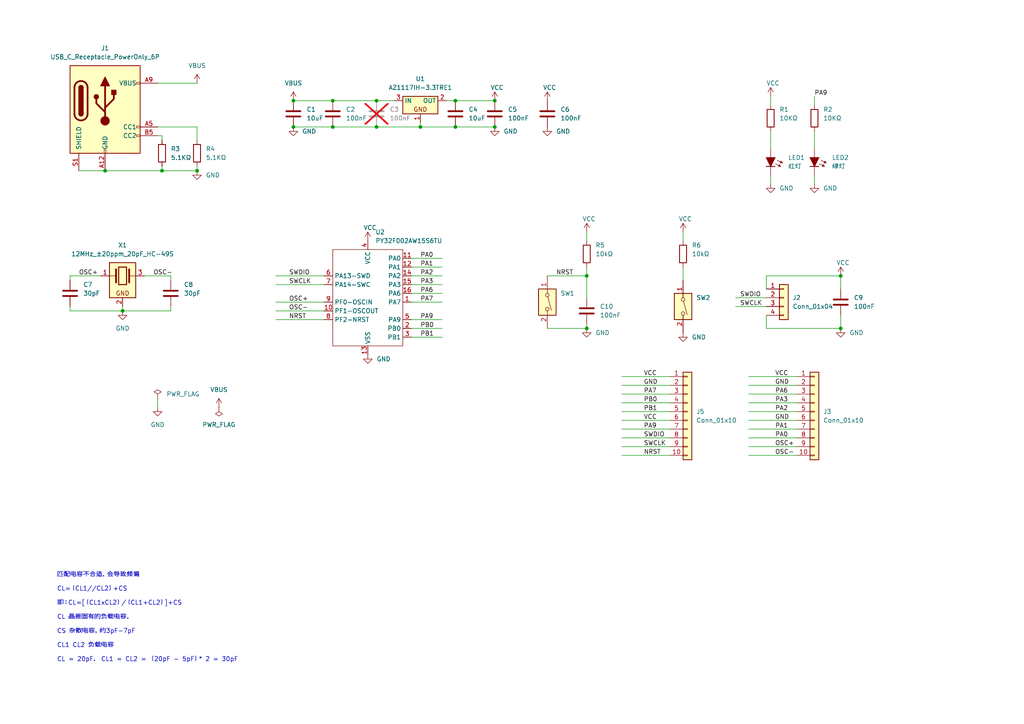
<source format=kicad_sch>
(kicad_sch (version 20231120) (generator "eeschema") (generator_version "8.0")
  (paper "A4")
  (lib_symbols
    (symbol "Connector:USB_C_Receptacle_PowerOnly_6P" (pin_names (offset 1.016))
      (property "Reference" "J" (at 0 16.51 0))
      (property "Value" "USB_C_Receptacle_PowerOnly_6P" (at 0 13.97 0))
      (symbol "USB_C_Receptacle_PowerOnly_6P_0_0"
        (rectangle (start -0.254 -12.7) (end 0.254 -11.684))
        (rectangle (start 10.16 -7.366) (end 9.144 -7.874))
        (rectangle (start 10.16 -4.826) (end 9.144 -5.334))
        (rectangle (start 10.16 7.874) (end 9.144 7.366))
      )
      (symbol "USB_C_Receptacle_PowerOnly_6P_0_1"
        (rectangle (start -10.16 12.7) (end 10.16 -12.7) (stroke (width 0.254)) (fill (type background)))
        (arc (start -8.89 -1.27) (mid -6.985 -3.1667) (end -5.08 -1.27) (stroke (width 0.508)))
        (arc (start -7.62 -1.27) (mid -6.985 -1.9023) (end -6.35 -1.27) (stroke (width 0.254)))
        (arc (start -7.62 -1.27) (mid -6.985 -1.9023) (end -6.35 -1.27) (stroke (width 0.254)) (fill (type outline)))
        (rectangle (start -7.62 -1.27) (end -6.35 6.35) (stroke (width 0.254)) (fill (type outline)))
        (arc (start -6.35 6.35) (mid -6.985 6.9823) (end -7.62 6.35) (stroke (width 0.254)))
        (arc (start -6.35 6.35) (mid -6.985 6.9823) (end -7.62 6.35) (stroke (width 0.254)) (fill (type outline)))
        (arc (start -5.08 6.35) (mid -6.985 8.2467) (end -8.89 6.35) (stroke (width 0.508)))
        (circle (center -2.54 3.683) (radius 0.635) (stroke (width 0.254)) (fill (type outline)))
        (circle (center 0 -3.302) (radius 1.27) (fill (type outline)))
        (polyline (pts (xy -8.89 -1.27) (xy -8.89 6.35)) (stroke (width 0.508)))
        (polyline (pts (xy -5.08 6.35) (xy -5.08 -1.27)) (stroke (width 0.508)))
        (polyline (pts (xy 0 -3.302) (xy 0 6.858)) (stroke (width 0.508)))
        (polyline (pts (xy 0 -0.762) (xy -2.54 1.778) (xy -2.54 3.048)) (stroke (width 0.508)))
        (polyline (pts (xy 0 0.508) (xy 2.54 3.048) (xy 2.54 4.318)) (stroke (width 0.508)))
        (polyline (pts (xy -1.27 6.858) (xy 0 9.398) (xy 1.27 6.858) (xy -1.27 6.858)) (stroke (width 0.254)) (fill (type outline)))
        (rectangle (start 1.905 4.318) (end 3.175 5.588) (stroke (width 0.254)) (fill (type outline)))
      )
      (symbol "USB_C_Receptacle_PowerOnly_6P_1_1"
        (pin passive line (at 0 -17.78 90) (length 5.08) (name "GND") (number "A12"))
        (pin bidirectional line (at 15.24 -5.08 180) (length 5.08) (name "CC1") (number "A5"))
        (pin passive line (at 15.24 7.62 180) (length 5.08) (name "VBUS") (number "A9"))
        (pin passive line (at 0 -17.78 90) (length 5.08) hide (name "GND") (number "B12"))
        (pin bidirectional line (at 15.24 -7.62 180) (length 5.08) (name "CC2") (number "B5"))
        (pin passive line (at 15.24 7.62 180) (length 5.08) hide (name "VBUS") (number "B9"))
        (pin passive line (at -7.62 -17.78 90) (length 5.08) (name "SHIELD") (number "S1"))
      )
    )
    (symbol "Connector_Generic:Conn_01x04" (pin_names (offset 1.016) hide)
      (property "Reference" "J" (at 0 5.08 0))
      (property "Value" "Conn_01x04" (at 0 -7.62 0))
      (symbol "Conn_01x04_1_1"
        (rectangle (start -1.27 -4.953) (end 0 -5.207) (stroke (width 0.1524)))
        (rectangle (start -1.27 -2.413) (end 0 -2.667) (stroke (width 0.1524)))
        (rectangle (start -1.27 0.127) (end 0 -0.127) (stroke (width 0.1524)))
        (rectangle (start -1.27 2.667) (end 0 2.413) (stroke (width 0.1524)))
        (rectangle (start -1.27 3.81) (end 1.27 -6.35) (stroke (width 0.254)) (fill (type background)))
        (pin passive line (at -5.08 2.54 0) (length 3.81) (name "Pin_1") (number "1"))
        (pin passive line (at -5.08 0 0) (length 3.81) (name "Pin_2") (number "2"))
        (pin passive line (at -5.08 -2.54 0) (length 3.81) (name "Pin_3") (number "3"))
        (pin passive line (at -5.08 -5.08 0) (length 3.81) (name "Pin_4") (number "4"))
      )
    )
    (symbol "Connector_Generic:Conn_01x10" (pin_names (offset 1.016) hide)
      (property "Reference" "J" (at 0 12.7 0))
      (property "Value" "Conn_01x10" (at 0 -15.24 0))
      (symbol "Conn_01x10_1_1"
        (rectangle (start -1.27 -12.573) (end 0 -12.827) (stroke (width 0.1524)))
        (rectangle (start -1.27 -10.033) (end 0 -10.287) (stroke (width 0.1524)))
        (rectangle (start -1.27 -7.493) (end 0 -7.747) (stroke (width 0.1524)))
        (rectangle (start -1.27 -4.953) (end 0 -5.207) (stroke (width 0.1524)))
        (rectangle (start -1.27 -2.413) (end 0 -2.667) (stroke (width 0.1524)))
        (rectangle (start -1.27 0.127) (end 0 -0.127) (stroke (width 0.1524)))
        (rectangle (start -1.27 2.667) (end 0 2.413) (stroke (width 0.1524)))
        (rectangle (start -1.27 5.207) (end 0 4.953) (stroke (width 0.1524)))
        (rectangle (start -1.27 7.747) (end 0 7.493) (stroke (width 0.1524)))
        (rectangle (start -1.27 10.287) (end 0 10.033) (stroke (width 0.1524)))
        (rectangle (start -1.27 11.43) (end 1.27 -13.97) (stroke (width 0.254)) (fill (type background)))
        (pin passive line (at -5.08 10.16 0) (length 3.81) (name "Pin_1") (number "1"))
        (pin passive line (at -5.08 -12.7 0) (length 3.81) (name "Pin_10") (number "10"))
        (pin passive line (at -5.08 7.62 0) (length 3.81) (name "Pin_2") (number "2"))
        (pin passive line (at -5.08 5.08 0) (length 3.81) (name "Pin_3") (number "3"))
        (pin passive line (at -5.08 2.54 0) (length 3.81) (name "Pin_4") (number "4"))
        (pin passive line (at -5.08 0 0) (length 3.81) (name "Pin_5") (number "5"))
        (pin passive line (at -5.08 -2.54 0) (length 3.81) (name "Pin_6") (number "6"))
        (pin passive line (at -5.08 -5.08 0) (length 3.81) (name "Pin_7") (number "7"))
        (pin passive line (at -5.08 -7.62 0) (length 3.81) (name "Pin_8") (number "8"))
        (pin passive line (at -5.08 -10.16 0) (length 3.81) (name "Pin_9") (number "9"))
      )
    )
    (symbol "PCM_Capacitor_US_AKL:C_0805" (pin_numbers hide) (pin_names (offset 0.254))
      (property "Reference" "C" (at 0.635 2.54 0))
      (property "Value" "C_0805" (at 0.635 -2.54 0))
      (symbol "C_0805_0_1"
        (polyline (pts (xy -2.032 -0.762) (xy 2.032 -0.762)) (stroke (width 0.508)))
        (polyline (pts (xy -2.032 0.762) (xy 2.032 0.762)) (stroke (width 0.508)))
      )
      (symbol "C_0805_0_2"
        (polyline (pts (xy -2.54 -2.54) (xy -0.381 -0.381)))
        (polyline (pts (xy -0.508 -0.508) (xy -1.651 0.635)) (stroke (width 0.508)))
        (polyline (pts (xy -0.508 -0.508) (xy 0.635 -1.651)) (stroke (width 0.508)))
        (polyline (pts (xy 0.381 0.381) (xy 2.54 2.54)))
        (polyline (pts (xy 0.508 0.508) (xy -0.635 1.651)) (stroke (width 0.508)))
        (polyline (pts (xy 0.508 0.508) (xy 1.651 -0.635)) (stroke (width 0.508)))
      )
      (symbol "C_0805_1_1"
        (pin passive line (at 0 3.81 270) (length 2.794) (name "~") (number "1"))
        (pin passive line (at 0 -3.81 90) (length 2.794) (name "~") (number "2"))
      )
      (symbol "C_0805_1_2"
        (pin passive line (at 2.54 2.54 270) (length 0) (name "~") (number "1"))
        (pin passive line (at -2.54 -2.54 90) (length 0) (name "~") (number "2"))
      )
    )
    (symbol "PCM_Capacitor_US_AKL:C_Disc_D5.1mm_W3.2mm_P5.00mm" (pin_numbers hide) (pin_names (offset 0.254))
      (property "Reference" "C" (at 0.635 2.54 0))
      (property "Value" "C_Disc_D5.1mm_W3.2mm_P5.00mm" (at 0.635 -2.54 0))
      (symbol "C_Disc_D5.1mm_W3.2mm_P5.00mm_0_1"
        (polyline (pts (xy -2.032 -0.762) (xy 2.032 -0.762)) (stroke (width 0.508)))
        (polyline (pts (xy -2.032 0.762) (xy 2.032 0.762)) (stroke (width 0.508)))
      )
      (symbol "C_Disc_D5.1mm_W3.2mm_P5.00mm_0_2"
        (polyline (pts (xy -2.54 -2.54) (xy -0.381 -0.381)))
        (polyline (pts (xy -0.508 -0.508) (xy -1.651 0.635)) (stroke (width 0.508)))
        (polyline (pts (xy -0.508 -0.508) (xy 0.635 -1.651)) (stroke (width 0.508)))
        (polyline (pts (xy 0.381 0.381) (xy 2.54 2.54)))
        (polyline (pts (xy 0.508 0.508) (xy -0.635 1.651)) (stroke (width 0.508)))
        (polyline (pts (xy 0.508 0.508) (xy 1.651 -0.635)) (stroke (width 0.508)))
      )
      (symbol "C_Disc_D5.1mm_W3.2mm_P5.00mm_1_1"
        (pin passive line (at 0 3.81 270) (length 2.794) (name "~") (number "1"))
        (pin passive line (at 0 -3.81 90) (length 2.794) (name "~") (number "2"))
      )
      (symbol "C_Disc_D5.1mm_W3.2mm_P5.00mm_1_2"
        (pin passive line (at 2.54 2.54 270) (length 0) (name "~") (number "1"))
        (pin passive line (at -2.54 -2.54 90) (length 0) (name "~") (number "2"))
      )
    )
    (symbol "PCM_LED_AKL:LED_3mm" (pin_numbers hide) (pin_names (offset 1.016) hide)
      (property "Reference" "LED" (at 0 7.62 0))
      (property "Value" "LED_3mm" (at 0 5.08 0))
      (symbol "LED_3mm_0_1"
        (polyline (pts (xy -0.508 1.905) (xy 0.254 3.429)) (stroke (width 0.1524)))
        (polyline (pts (xy 0 2.921) (xy -0.254 3.048)) (stroke (width 0.1524)))
        (polyline (pts (xy 0 2.921) (xy 0.254 2.794)) (stroke (width 0.1524)))
        (polyline (pts (xy 0.508 1.397) (xy 1.27 2.921)) (stroke (width 0.1524)))
        (polyline (pts (xy 1.016 2.413) (xy 0.762 2.54)) (stroke (width 0.1524)))
        (polyline (pts (xy 1.016 2.413) (xy 1.27 2.286)) (stroke (width 0.1524)))
        (polyline (pts (xy 1.27 0) (xy -1.27 0)))
        (polyline (pts (xy 1.27 1.27) (xy 1.27 -1.27)) (stroke (width 0.254)))
        (polyline (pts (xy -1.27 1.27) (xy -1.27 -1.27) (xy 1.27 0) (xy -1.27 1.27)) (stroke (width 0.254)) (fill (type outline)))
        (polyline (pts (xy 0.254 2.794) (xy -0.254 3.048) (xy 0.254 3.429) (xy 0.254 2.794)) (stroke (width 0.1524)) (fill (type outline)))
        (polyline (pts (xy 1.27 2.286) (xy 0.762 2.54) (xy 1.27 2.921) (xy 1.27 2.286)) (stroke (width 0.1524)) (fill (type outline)))
      )
      (symbol "LED_3mm_0_2"
        (polyline (pts (xy -2.54 -2.54) (xy 2.54 2.54)))
        (polyline (pts (xy -1.651 0.889) (xy -2.159 2.413)))
        (polyline (pts (xy -0.508 1.27) (xy -1.016 2.794)))
        (polyline (pts (xy 0 1.778) (xy 1.778 0)) (stroke (width 0.254)))
        (polyline (pts (xy -2.159 2.413) (xy -2.286 1.778) (xy -1.6764 1.9812) (xy -2.159 2.413)) (fill (type outline)))
        (polyline (pts (xy -1.016 2.794) (xy -1.143 2.159) (xy -0.5334 2.3622) (xy -1.016 2.794)) (fill (type outline)))
        (polyline (pts (xy -0.889 -0.889) (xy -1.778 0) (xy 0.889 0.889) (xy 0 -1.778) (xy -0.889 -0.889)) (stroke (width 0.254)) (fill (type outline)))
      )
      (symbol "LED_3mm_1_1"
        (pin passive line (at 3.81 0 180) (length 2.54) (name "K") (number "1"))
        (pin passive line (at -3.81 0 0) (length 2.54) (name "A") (number "2"))
      )
      (symbol "LED_3mm_1_2"
        (pin passive line (at 2.54 2.54 180) (length 0) (name "K") (number "1"))
        (pin passive line (at -2.54 -2.54 0) (length 0) (name "A") (number "2"))
      )
    )
    (symbol "PCM_Resistor_AKL:R_DIN0207_P2.54mm" (pin_numbers hide) (pin_names (offset 0))
      (property "Reference" "R" (at 2.54 1.27 0))
      (property "Value" "R_DIN0207_P2.54mm" (at 2.54 -1.27 0))
      (symbol "R_DIN0207_P2.54mm_0_1"
        (rectangle (start -1.016 2.54) (end 1.016 -2.54) (stroke (width 0.254)))
      )
      (symbol "R_DIN0207_P2.54mm_0_2"
        (polyline (pts (xy -2.54 -2.54) (xy -1.524 -1.524)))
        (polyline (pts (xy 1.524 1.524) (xy 2.54 2.54)))
        (polyline (pts (xy 1.524 1.524) (xy 0.889 2.159) (xy -2.159 -0.889) (xy -0.889 -2.159) (xy 2.159 0.889) (xy 1.524 1.524)) (stroke (width 0.254)))
      )
      (symbol "R_DIN0207_P2.54mm_1_1"
        (pin passive line (at 0 3.81 270) (length 1.27) (name "~") (number "1"))
        (pin passive line (at 0 -3.81 90) (length 1.27) (name "~") (number "2"))
      )
      (symbol "R_DIN0207_P2.54mm_1_2"
        (pin passive line (at 2.54 2.54 180) (length 0) (name "") (number "1"))
        (pin passive line (at -2.54 -2.54 0) (length 0) (name "") (number "2"))
      )
    )
    (symbol "PCM_Voltage_Regulator_AKL:AZ1117IH-3.3TRE1"
      (property "Reference" "U" (at 0 6.35 0))
      (property "Value" "AZ1117IH-3.3TRE1" (at 0 3.81 0))
      (symbol "AZ1117IH-3.3TRE1_0_0"
        (rectangle (start -5.08 1.27) (end 5.08 -3.81) (stroke (width 0.254)) (fill (type background)))
        (text "GND" (at 0 -2.54 0) (effects (font (size 1.27 1.27))))
      )
      (symbol "AZ1117IH-3.3TRE1_1_1"
        (pin power_in line (at 0 -6.35 90) (length 2.54) (name "~") (number "1"))
        (pin power_out line (at 7.62 0 180) (length 2.54) (name "OUT") (number "2"))
        (pin power_in line (at -7.62 0 0) (length 2.54) (name "IN") (number "3"))
      )
    )
    (symbol "PY32F002AW15S6TU_1"
      (property "Reference" "U" (at 0 0 0))
      (property "Value" "PY32F002AW15S6TU" (at 0 0 0))
      (symbol "PY32F002AW15S6TU_1_1_0"
        (rectangle (start -10.16 12.7) (end 10.16 -15.24))
        (pin passive line (at 12.7 -2.54 180) (length 2.54) (name "PA7") (number "1"))
        (pin passive line (at -12.7 -5.08 0) (length 2.54) (name "PF1-OSCOUT") (number "10"))
        (pin passive line (at 12.7 10.16 180) (length 2.54) (name "PA0") (number "11"))
        (pin passive line (at 12.7 7.62 180) (length 2.54) (name "PA1") (number "12"))
        (pin passive line (at 0 -17.78 90) (length 2.54) (name "VSS") (number "13"))
        (pin passive line (at 12.7 5.08 180) (length 2.54) (name "PA2") (number "14"))
        (pin passive line (at 12.7 2.54 180) (length 2.54) (name "PA3") (number "15"))
        (pin passive line (at 12.7 0 180) (length 2.54) (name "PA6") (number "16"))
        (pin passive line (at 12.7 -10.16 180) (length 2.54) (name "PB0") (number "2"))
        (pin passive line (at 12.7 -12.7 180) (length 2.54) (name "PB1") (number "3"))
        (pin passive line (at 0 15.24 270) (length 2.54) (name "VCC") (number "4"))
        (pin passive line (at 12.7 -7.62 180) (length 2.54) (name "PA9") (number "5"))
        (pin passive line (at -12.7 5.08 0) (length 2.54) (name "PA13-SWD") (number "6"))
        (pin passive line (at -12.7 2.54 0) (length 2.54) (name "PA14-SWC") (number "7"))
        (pin passive line (at -12.7 -7.62 0) (length 2.54) (name "PF2-NRST") (number "8"))
        (pin passive line (at -12.7 -2.54 0) (length 2.54) (name "PF0-OSCIN") (number "9"))
      )
    )
    (symbol "Switch:SW_DIP_x01" (pin_names (offset 0) hide)
      (property "Reference" "SW" (at 0 3.81 0))
      (property "Value" "SW_DIP_x01" (at 0 -3.81 0))
      (symbol "SW_DIP_x01_0_0"
        (circle (center -2.032 0) (radius 0.508))
        (polyline (pts (xy -1.524 0.127) (xy 2.3622 1.1684)))
        (circle (center 2.032 0) (radius 0.508))
      )
      (symbol "SW_DIP_x01_0_1"
        (rectangle (start -3.81 2.54) (end 3.81 -2.54) (stroke (width 0.254)) (fill (type background)))
      )
      (symbol "SW_DIP_x01_1_1"
        (pin passive line (at -7.62 0 0) (length 5.08) (name "~") (number "1"))
        (pin passive line (at 7.62 0 180) (length 5.08) (name "~") (number "2"))
      )
    )
    (symbol "power:GND" (power) (pin_numbers hide) (pin_names (offset 0) hide)
      (property "Value" "GND" (at 0 -3.81 0))
      (symbol "GND_0_1"
        (polyline (pts (xy 0 0) (xy 0 -1.27) (xy 1.27 -1.27) (xy 0 -2.54) (xy -1.27 -1.27) (xy 0 -1.27)))
      )
      (symbol "GND_1_1"
        (pin power_in line (at 0 0 270) (length 0) (name "~") (number "1"))
      )
    )
    (symbol "power:PWR_FLAG" (power) (pin_numbers hide) (pin_names (offset 0) hide)
      (property "Value" "PWR_FLAG" (at 0 3.81 0))
      (symbol "PWR_FLAG_0_0"
        (pin power_out line (at 0 0 90) (length 0) (name "~") (number "1"))
      )
      (symbol "PWR_FLAG_0_1"
        (polyline (pts (xy 0 0) (xy 0 1.27) (xy -1.016 1.905) (xy 0 2.54) (xy 1.016 1.905) (xy 0 1.27)))
      )
    )
    (symbol "power:VBUS" (power) (pin_numbers hide) (pin_names (offset 0) hide)
      (property "Value" "VBUS" (at 0 3.556 0))
      (symbol "VBUS_0_1"
        (polyline (pts (xy -0.762 1.27) (xy 0 2.54)))
        (polyline (pts (xy 0 0) (xy 0 2.54)))
        (polyline (pts (xy 0 2.54) (xy 0.762 1.27)))
      )
      (symbol "VBUS_1_1"
        (pin power_in line (at 0 0 90) (length 0) (name "~") (number "1"))
      )
    )
    (symbol "power:VCC" (power) (pin_numbers hide) (pin_names (offset 0) hide)
      (property "Value" "VCC" (at 0 3.556 0))
      (symbol "VCC_0_1"
        (polyline (pts (xy -0.762 1.27) (xy 0 2.54)))
        (polyline (pts (xy 0 0) (xy 0 2.54)))
        (polyline (pts (xy 0 2.54) (xy 0.762 1.27)))
      )
      (symbol "VCC_1_1"
        (pin power_in line (at 0 0 90) (length 0) (name "~") (number "1"))
      )
    )
    (symbol "wsylib:12MHz_±20ppm_20pF_HC-49S" (pin_names (offset 1.016) hide)
      (property "Reference" "X" (at 0 8.89 0))
      (property "Value" "12MHz_±20ppm_20pF_HC-49S" (at 0 6.35 0))
      (symbol "12MHz_±20ppm_20pF_HC-49S_0_1"
        (rectangle (start -3.81 3.81) (end 3.81 -6.35) (stroke (width 0.254)) (fill (type background)))
        (rectangle (start -1.143 2.54) (end 1.143 -2.54) (stroke (width 0.3048)))
        (polyline (pts (xy -3.81 0) (xy -1.905 0)))
        (polyline (pts (xy -1.905 -1.905) (xy -1.905 1.905)) (stroke (width 0.508)))
        (polyline (pts (xy 1.905 -1.905) (xy 1.905 1.905)) (stroke (width 0.508)))
        (polyline (pts (xy 3.81 0) (xy 1.905 0)))
        (text "GND" (at 0 -5.08 0) (effects (font (size 1.27 1.27))))
      )
      (symbol "12MHz_±20ppm_20pF_HC-49S_1_1"
        (pin passive line (at -6.35 0 0) (length 2.54) (name "1") (number "1"))
        (pin passive line (at 0 -8.89 90) (length 2.54) (name "2") (number "2"))
        (pin passive line (at 6.35 0 180) (length 2.54) (name "3") (number "3"))
      )
    )
  )
  (junction (at 30.48 49.53))
  (junction (at 85.09 29.21))
  (junction (at 132.08 29.21))
  (junction (at 57.15 49.53))
  (junction (at 109.22 36.83))
  (junction (at 132.08 36.83))
  (junction (at 96.52 29.21))
  (junction (at 46.99 49.53))
  (junction (at 243.84 80.01))
  (junction (at 85.09 36.83))
  (junction (at 109.22 29.21))
  (junction (at 170.18 95.25))
  (junction (at 143.51 36.83))
  (junction (at 96.52 36.83))
  (junction (at 170.18 80.01))
  (junction (at 121.92 36.83))
  (junction (at 243.84 95.25))
  (junction (at 143.51 29.21))
  (junction (at 35.56 90.17))
  (wire (pts (xy 180.34 109.22) (xy 194.31 109.22)))
  (wire (pts (xy 180.34 116.84) (xy 194.31 116.84)))
  (wire (pts (xy 217.17 114.3) (xy 231.14 114.3)))
  (wire (pts (xy 121.92 36.83) (xy 132.08 36.83)))
  (wire (pts (xy 217.17 111.76) (xy 231.14 111.76)))
  (wire (pts (xy 217.17 127) (xy 231.14 127)))
  (wire (pts (xy 46.99 49.53) (xy 57.15 49.53)))
  (wire (pts (xy 119.38 82.55) (xy 128.27 82.55)))
  (wire (pts (xy 217.17 121.92) (xy 231.14 121.92)))
  (wire (pts (xy 119.38 95.25) (xy 128.27 95.25)))
  (wire (pts (xy 170.18 77.47) (xy 170.18 80.01)))
  (wire (pts (xy 35.56 88.9) (xy 35.56 90.17)))
  (wire (pts (xy 217.17 124.46) (xy 231.14 124.46)))
  (wire (pts (xy 119.38 77.47) (xy 128.27 77.47)))
  (wire (pts (xy 217.17 116.84) (xy 231.14 116.84)))
  (wire (pts (xy 180.34 127) (xy 194.31 127)))
  (wire (pts (xy 217.17 132.08) (xy 231.14 132.08)))
  (wire (pts (xy 236.22 27.94) (xy 236.22 30.48)))
  (wire (pts (xy 222.25 83.82) (xy 222.25 80.01)))
  (wire (pts (xy 236.22 38.1) (xy 236.22 43.18)))
  (wire (pts (xy 180.34 132.08) (xy 194.31 132.08)))
  (wire (pts (xy 121.92 35.56) (xy 121.92 36.83)))
  (wire (pts (xy 119.38 92.71) (xy 128.27 92.71)))
  (wire (pts (xy 217.17 119.38) (xy 231.14 119.38)))
  (wire (pts (xy 236.22 50.8) (xy 236.22 53.34)))
  (wire (pts (xy 119.38 80.01) (xy 128.27 80.01)))
  (wire (pts (xy 20.32 80.01) (xy 20.32 81.28)))
  (wire (pts (xy 217.17 109.22) (xy 231.14 109.22)))
  (wire (pts (xy 85.09 36.83) (xy 96.52 36.83)))
  (wire (pts (xy 49.53 90.17) (xy 49.53 88.9)))
  (wire (pts (xy 132.08 29.21) (xy 143.51 29.21)))
  (wire (pts (xy 180.34 129.54) (xy 194.31 129.54)))
  (wire (pts (xy 80.01 90.17) (xy 93.98 90.17)))
  (wire (pts (xy 29.21 80.01) (xy 20.32 80.01)))
  (wire (pts (xy 119.38 87.63) (xy 128.27 87.63)))
  (wire (pts (xy 217.17 129.54) (xy 231.14 129.54)))
  (wire (pts (xy 243.84 95.25) (xy 243.84 91.44)))
  (wire (pts (xy 30.48 49.53) (xy 46.99 49.53)))
  (wire (pts (xy 22.86 49.53) (xy 30.48 49.53)))
  (wire (pts (xy 96.52 29.21) (xy 109.22 29.21)))
  (wire (pts (xy 49.53 81.28) (xy 49.53 80.01)))
  (wire (pts (xy 119.38 85.09) (xy 128.27 85.09)))
  (wire (pts (xy 85.09 29.21) (xy 96.52 29.21)))
  (wire (pts (xy 57.15 36.83) (xy 57.15 40.64)))
  (wire (pts (xy 45.72 115.57) (xy 45.72 118.11)))
  (wire (pts (xy 49.53 80.01) (xy 41.91 80.01)))
  (wire (pts (xy 198.12 67.31) (xy 198.12 69.85)))
  (wire (pts (xy 129.54 29.21) (xy 132.08 29.21)))
  (wire (pts (xy 80.01 92.71) (xy 93.98 92.71)))
  (wire (pts (xy 20.32 90.17) (xy 35.56 90.17)))
  (wire (pts (xy 222.25 95.25) (xy 243.84 95.25)))
  (wire (pts (xy 57.15 49.53) (xy 57.15 48.26)))
  (wire (pts (xy 180.34 111.76) (xy 194.31 111.76)))
  (wire (pts (xy 198.12 77.47) (xy 198.12 81.28)))
  (wire (pts (xy 80.01 80.01) (xy 93.98 80.01)))
  (wire (pts (xy 158.75 80.01) (xy 170.18 80.01)))
  (wire (pts (xy 180.34 119.38) (xy 194.31 119.38)))
  (wire (pts (xy 119.38 74.93) (xy 128.27 74.93)))
  (wire (pts (xy 243.84 80.01) (xy 243.84 83.82)))
  (wire (pts (xy 222.25 91.44) (xy 222.25 95.25)))
  (wire (pts (xy 180.34 124.46) (xy 194.31 124.46)))
  (wire (pts (xy 213.36 88.9) (xy 222.25 88.9)))
  (wire (pts (xy 180.34 114.3) (xy 194.31 114.3)))
  (wire (pts (xy 35.56 90.17) (xy 49.53 90.17)))
  (wire (pts (xy 170.18 80.01) (xy 170.18 86.36)))
  (wire (pts (xy 20.32 88.9) (xy 20.32 90.17)))
  (wire (pts (xy 132.08 36.83) (xy 143.51 36.83)))
  (wire (pts (xy 223.52 27.94) (xy 223.52 30.48)))
  (wire (pts (xy 119.38 97.79) (xy 128.27 97.79)))
  (wire (pts (xy 45.72 24.13) (xy 57.15 24.13)))
  (wire (pts (xy 180.34 121.92) (xy 194.31 121.92)))
  (wire (pts (xy 46.99 39.37) (xy 46.99 40.64)))
  (wire (pts (xy 45.72 39.37) (xy 46.99 39.37)))
  (wire (pts (xy 46.99 48.26) (xy 46.99 49.53)))
  (wire (pts (xy 223.52 38.1) (xy 223.52 43.18)))
  (wire (pts (xy 170.18 93.98) (xy 170.18 95.25)))
  (wire (pts (xy 80.01 82.55) (xy 93.98 82.55)))
  (wire (pts (xy 109.22 36.83) (xy 121.92 36.83)))
  (wire (pts (xy 222.25 80.01) (xy 243.84 80.01)))
  (wire (pts (xy 109.22 29.21) (xy 114.3 29.21)))
  (wire (pts (xy 96.52 36.83) (xy 109.22 36.83)))
  (wire (pts (xy 213.36 86.36) (xy 222.25 86.36)))
  (wire (pts (xy 223.52 50.8) (xy 223.52 53.34)))
  (wire (pts (xy 170.18 95.25) (xy 158.75 95.25)))
  (wire (pts (xy 170.18 67.31) (xy 170.18 69.85)))
  (wire (pts (xy 80.01 87.63) (xy 93.98 87.63)))
  (wire (pts (xy 45.72 36.83) (xy 57.15 36.83)))
  (text "匹配电容不合适，会导致频偏\n\nCL=（CL1//CL2）+CS\n\n即：CL=[（CL1xCL2）/（CL1+CL2）]+CS\n\nCL 晶振固有的负载电容，\n\nCS 杂散电容，约3pF-7pF\n\nCL1 CL2 负载电容\n\nCL = 20pF， CL1 = CL2 = （20pF - 5pF）* 2 = 30pF" (at 16.51 179.07 0) (effects (font (size 1.27 1.27)) (justify left)))
  (label "GND" (at 224.807 121.92 0))
  (label "OSC-" (at 44.45 80.01 0))
  (label "VCC" (at 186.69 109.22 0))
  (label "PA9" (at 236.22 27.94 0))
  (label "NRST" (at 186.707 132.08 0))
  (label "PA2" (at 224.807 119.38 0))
  (label "SWCLK" (at 83.82 82.55 0))
  (label "SWDIO" (at 186.707 127 0))
  (label "VCC" (at 224.79 109.22 0))
  (label "OSC+" (at 83.82 87.63 0))
  (label "NRST" (at 161.29 80.01 0))
  (label "GND" (at 224.79 111.76 0))
  (label "PA1" (at 121.92 77.47 0))
  (label "PA7" (at 121.92 87.63 0))
  (label "OSC+" (at 224.79 129.54 0))
  (label "SWCLK" (at 186.707 129.54 0))
  (label "PA1" (at 224.807 124.46 0))
  (label "OSC-" (at 83.82 90.17 0))
  (label "PA2" (at 121.92 80.01 0))
  (label "PA3" (at 224.807 116.84 0))
  (label "SWDIO" (at 214.63 86.36 0))
  (label "SWDIO" (at 83.82 80.01 0))
  (label "OSC+" (at 22.86 80.01 0))
  (label "PA9" (at 186.707 124.46 0))
  (label "NRST" (at 83.82 92.71 0))
  (label "VCC" (at 186.707 121.92 0))
  (label "PB0" (at 121.92 95.25 0))
  (label "PB0" (at 186.707 116.84 0))
  (label "PA6" (at 121.92 85.09 0))
  (label "PA9" (at 121.92 92.71 0))
  (label "SWCLK" (at 214.63 88.9 0))
  (label "PA3" (at 121.92 82.55 0))
  (label "GND" (at 186.69 111.76 0))
  (label "PA7" (at 186.707 114.3 0))
  (label "PA6" (at 224.807 114.3 0))
  (label "PB1" (at 186.707 119.38 0))
  (label "OSC-" (at 224.79 132.08 0))
  (label "PA0" (at 224.807 127 0))
  (label "PB1" (at 121.92 97.79 0))
  (label "PA0" (at 121.92 74.93 0))
  (symbol (lib_id "PCM_Capacitor_US_AKL:C_0805") (at 109.22 33.02 0) (unit 1) (dnp yes)
    (property "Reference" "C3" (at 113.03 31.7499 0) (effects (justify left)))
    (property "Value" "100nF" (at 113.03 34.2899 0) (effects (justify left)))
    (property "Footprint" "PCM_Capacitor_SMD_AKL:C_0805_2012Metric" (effects (hide yes)))
    (property "Description" "SMD 0805 MLCC capacitor, Alternate KiCad Library" (effects (hide yes)))
  )
  (symbol (lib_id "PCM_Capacitor_US_AKL:C_Disc_D5.1mm_W3.2mm_P5.00mm") (at 96.52 33.02 0) (unit 1)
    (property "Reference" "C2" (at 100.33 31.7499 0) (effects (justify left)))
    (property "Value" "100nF" (at 100.33 34.2899 0) (effects (justify left)))
    (property "Footprint" "PCM_Capacitor_THT_US_AKL:C_Disc_D5.1mm_W3.2mm_P5.00mm" (effects (hide yes)))
    (property "Description" "THT Ceramic Disc Capacitor, 5.1mm Diameter, 3.2mm Width, 5.00mm Pitch, Alternate KiCad Library" (effects (hide yes)))
    (property "说明" "独石电容" (effects (hide yes)))
  )
  (symbol (lib_id "power:GND") (at 35.56 90.17 0) (unit 1)
    (property "Reference" "#PWR022" (effects (hide yes)))
    (property "Value" "GND" (at 35.56 95.25 0))
    (property "Description" "Power symbol creates a global label with name \"GND\" , ground" (effects (hide yes)))
  )
  (symbol (lib_id "Connector_Generic:Conn_01x04") (at 227.33 86.36 0) (unit 1)
    (property "Reference" "J2" (at 229.87 86.3599 0) (effects (justify left)))
    (property "Value" "Conn_01x04" (at 229.87 88.8999 0) (effects (justify left)))
    (property "Footprint" "Connector_PinHeader_2.54mm:PinHeader_1x04_P2.54mm_Vertical" (effects (hide yes)))
    (property "Description" "Generic connector, single row, 01x04, script generated (kicad-library-utils/schlib/autogen/connector/)" (effects (hide yes)))
  )
  (symbol (lib_id "PCM_Capacitor_US_AKL:C_Disc_D5.1mm_W3.2mm_P5.00mm") (at 143.51 33.02 0) (unit 1)
    (property "Reference" "C5" (at 147.32 31.7499 0) (effects (justify left)))
    (property "Value" "100nF" (at 147.32 34.2899 0) (effects (justify left)))
    (property "Footprint" "PCM_Capacitor_THT_US_AKL:C_Disc_D5.1mm_W3.2mm_P5.00mm" (effects (hide yes)))
    (property "Description" "THT Ceramic Disc Capacitor, 5.1mm Diameter, 3.2mm Width, 5.00mm Pitch, Alternate KiCad Library" (effects (hide yes)))
    (property "说明" "独石电容" (effects (hide yes)))
  )
  (symbol (lib_id "power:GND") (at 106.68 102.87 0) (unit 1)
    (property "Reference" "#PWR019" (effects (hide yes)))
    (property "Value" "GND" (at 109.22 104.1399 0) (effects (justify left)))
    (property "Description" "Power symbol creates a global label with name \"GND\" , ground" (effects (hide yes)))
  )
  (symbol (lib_id "Connector_Generic:Conn_01x10") (at 199.39 119.38 0) (unit 1)
    (property "Reference" "J5" (at 201.93 119.3799 0) (effects (justify left)))
    (property "Value" "Conn_01x10" (at 201.93 121.9199 0) (effects (justify left)))
    (property "Footprint" "Connector_PinHeader_2.54mm:PinHeader_1x10_P2.54mm_Vertical" (effects (hide yes)))
    (property "Description" "Generic connector, single row, 01x10, script generated (kicad-library-utils/schlib/autogen/connector/)" (effects (hide yes)))
  )
  (symbol (lib_id "PCM_Resistor_AKL:R_DIN0207_P2.54mm") (at 170.18 73.66 0) (unit 1)
    (property "Reference" "R5" (at 172.72 71.1199 0) (effects (justify left)))
    (property "Value" "10kΩ" (at 172.72 73.6599 0) (effects (justify left)))
    (property "Footprint" "PCM_Resistor_THT_AKL:R_Axial_DIN0207_L6.3mm_D2.5mm_P2.54mm_Vertical" (effects (hide yes)))
    (property "Description" "THT 0207 Resistor, 2.54mm Pin Pitch, European Symbol, Alternate KiCad Library" (effects (hide yes)))
    (property "说明" "金属膜电阻 1% 0.25W" (effects (hide yes)))
  )
  (symbol (lib_id "power:VBUS") (at 63.5 118.11 0) (unit 1)
    (property "Reference" "#PWR023" (effects (hide yes)))
    (property "Value" "VBUS" (at 63.5 113.03 0))
    (property "Description" "Power symbol creates a global label with name \"VBUS\"" (effects (hide yes)))
  )
  (symbol (lib_id "power:PWR_FLAG") (at 63.5 118.11 180) (unit 1)
    (property "Reference" "#FLG03" (effects (hide yes)))
    (property "Value" "PWR_FLAG" (at 63.5 123.19 0))
    (property "Description" "Special symbol for telling ERC where power comes from" (effects (hide yes)))
  )
  (symbol (lib_id "power:GND") (at 143.51 36.83 0) (unit 1)
    (property "Reference" "#PWR07" (effects (hide yes)))
    (property "Value" "GND" (at 146.05 38.0999 0) (effects (justify left)))
    (property "Description" "Power symbol creates a global label with name \"GND\" , ground" (effects (hide yes)))
  )
  (symbol (lib_id "power:GND") (at 57.15 49.53 0) (unit 1)
    (property "Reference" "#PWR09" (effects (hide yes)))
    (property "Value" "GND" (at 59.69 50.7999 0) (effects (justify left)))
    (property "Description" "Power symbol creates a global label with name \"GND\" , ground" (effects (hide yes)))
  )
  (symbol (lib_id "power:VCC") (at 106.68 69.85 0) (unit 1)
    (property "Reference" "#PWR014" (effects (hide yes)))
    (property "Value" "VCC" (at 105.41 66.04 0) (effects (justify left)))
    (property "Description" "Power symbol creates a global label with name \"VCC\"" (effects (hide yes)))
  )
  (symbol (lib_id "PCM_Capacitor_US_AKL:C_Disc_D5.1mm_W3.2mm_P5.00mm") (at 49.53 85.09 0) (unit 1)
    (property "Reference" "C8" (at 53.34 82.5499 0) (effects (justify left)))
    (property "Value" "30pF" (at 53.34 85.0899 0) (effects (justify left)))
    (property "Footprint" "PCM_Capacitor_THT_US_AKL:C_Disc_D5.1mm_W3.2mm_P5.00mm" (effects (hide yes)))
    (property "Description" "THT Ceramic Disc Capacitor, 5.1mm Diameter, 3.2mm Width, 5.00mm Pitch, Alternate KiCad Library" (effects (hide yes)))
    (property "说明" "独石电容" (effects (hide yes)))
  )
  (symbol (lib_id "PCM_Capacitor_US_AKL:C_Disc_D5.1mm_W3.2mm_P5.00mm") (at 243.84 87.63 0) (unit 1)
    (property "Reference" "C9" (at 247.65 86.3599 0) (effects (justify left)))
    (property "Value" "100nF" (at 247.65 88.8999 0) (effects (justify left)))
    (property "Footprint" "PCM_Capacitor_THT_US_AKL:C_Disc_D5.1mm_W3.2mm_P5.00mm" (effects (hide yes)))
    (property "Description" "THT Ceramic Disc Capacitor, 5.1mm Diameter, 3.2mm Width, 5.00mm Pitch, Alternate KiCad Library" (effects (hide yes)))
    (property "说明" "独石电容" (effects (hide yes)))
  )
  (symbol (lib_id "PCM_Resistor_AKL:R_DIN0207_P2.54mm") (at 236.22 34.29 0) (unit 1)
    (property "Reference" "R2" (at 238.76 31.7499 0) (effects (justify left)))
    (property "Value" "10KΩ" (at 238.76 34.2899 0) (effects (justify left)))
    (property "Footprint" "PCM_Resistor_THT_AKL:R_Axial_DIN0207_L6.3mm_D2.5mm_P2.54mm_Vertical" (effects (hide yes)))
    (property "Description" "THT 0207 Resistor, 2.54mm Pin Pitch, European Symbol, Alternate KiCad Library" (effects (hide yes)))
    (property "说明" "金属膜电阻 1% 0.25W" (effects (hide yes)))
  )
  (symbol (lib_id "power:VCC") (at 223.52 27.94 0) (unit 1)
    (property "Reference" "#PWR02" (effects (hide yes)))
    (property "Value" "VCC" (at 222.25 24.13 0) (effects (justify left)))
    (property "Description" "Power symbol creates a global label with name \"VCC\"" (effects (hide yes)))
  )
  (symbol (lib_id "power:GND") (at 85.09 36.83 0) (unit 1)
    (property "Reference" "#PWR06" (effects (hide yes)))
    (property "Value" "GND" (at 87.63 38.0999 0) (effects (justify left)))
    (property "Description" "Power symbol creates a global label with name \"GND\" , ground" (effects (hide yes)))
  )
  (symbol (lib_id "PCM_Capacitor_US_AKL:C_Disc_D5.1mm_W3.2mm_P5.00mm") (at 158.75 33.02 0) (unit 1)
    (property "Reference" "C6" (at 162.56 31.7499 0) (effects (justify left)))
    (property "Value" "100nF" (at 162.56 34.2899 0) (effects (justify left)))
    (property "Footprint" "PCM_Capacitor_THT_US_AKL:C_Disc_D5.1mm_W3.2mm_P5.00mm" (effects (hide yes)))
    (property "Description" "THT Ceramic Disc Capacitor, 5.1mm Diameter, 3.2mm Width, 5.00mm Pitch, Alternate KiCad Library" (effects (hide yes)))
    (property "说明" "独石电容" (effects (hide yes)))
  )
  (symbol (lib_id "Switch:SW_DIP_x01") (at 198.12 88.9 270) (unit 1)
    (property "Reference" "SW2" (at 201.93 86.3599 90) (effects (justify left)))
    (property "Value" "SW_DIP_x01" (effects (hide yes)))
    (property "Footprint" "Button_Switch_THT:SW_PUSH_6mm_H7.3mm" (effects (hide yes)))
    (property "Description" "1x DIP Switch, Single Pole Single Throw (SPST) switch, small symbol" (effects (hide yes)))
    (property "说明" "6mm*6mm*7.5mm_4pin_key" (effects (hide yes)))
  )
  (symbol (lib_id "power:VCC") (at 243.84 80.01 0) (unit 1)
    (property "Reference" "#PWR015" (effects (hide yes)))
    (property "Value" "VCC" (at 242.57 76.2 0) (effects (justify left)))
    (property "Description" "Power symbol creates a global label with name \"VCC\"" (effects (hide yes)))
  )
  (symbol (lib_id "PCM_Resistor_AKL:R_DIN0207_P2.54mm") (at 198.12 73.66 0) (unit 1)
    (property "Reference" "R6" (at 200.66 71.1199 0) (effects (justify left)))
    (property "Value" "10kΩ" (at 200.66 73.6599 0) (effects (justify left)))
    (property "Footprint" "PCM_Resistor_THT_AKL:R_Axial_DIN0207_L6.3mm_D2.5mm_P2.54mm_Vertical" (effects (hide yes)))
    (property "Description" "THT 0207 Resistor, 2.54mm Pin Pitch, European Symbol, Alternate KiCad Library" (effects (hide yes)))
    (property "说明" "金属膜电阻 1% 0.25W" (effects (hide yes)))
  )
  (symbol (lib_id "wsylib:12MHz_±20ppm_20pF_HC-49S") (at 35.56 80.01 0) (unit 1)
    (property "Reference" "X1" (at 35.56 71.12 0))
    (property "Value" "12MHz_±20ppm_20pF_HC-49S" (at 35.56 73.66 0))
    (property "Footprint" "wsylib:Crystal_HC49-U-3Pin_Vertical_change" (effects (hide yes)))
    (property "Description" "Quartz crystal, Shielded, Generic symbol, Alternate KiCad Library" (effects (hide yes)))
  )
  (symbol (lib_id "Connector:USB_C_Receptacle_PowerOnly_6P") (at 30.48 31.75 0) (unit 1)
    (property "Reference" "J1" (at 30.48 13.97 0))
    (property "Value" "USB_C_Receptacle_PowerOnly_6P" (at 30.48 16.51 0))
    (property "Footprint" "Connector_USB:USB_C_Receptacle_GCT_USB4125-xx-x-0190_6P_TopMnt_Horizontal" (effects (hide yes)))
    (property "Datasheet" "https://www.usb.org/sites/default/files/documents/usb_type-c.zip" (effects (hide yes)))
    (property "Description" "USB Power-Only 6P Type-C Receptacle connector" (effects (hide yes)))
  )
  (symbol (lib_id "PCM_Voltage_Regulator_AKL:AZ1117IH-3.3TRE1") (at 121.92 29.21 0) (unit 1)
    (property "Reference" "U1" (at 121.92 22.86 0))
    (property "Value" "AZ1117IH-3.3TRE1" (at 121.92 25.4 0))
    (property "Footprint" "PCM_Package_TO_SOT_SMD_AKL:SOT-223-3_TabPin2" (effects (hide yes)))
    (property "Datasheet" "https://www.diodes.com/assets/Datasheets/AZ1117I.pdf" (effects (hide yes)))
    (property "Description" "SOT-223 3.3V 1A Low Dropout Voltage Regulator, Alternate KiCad Library" (effects (hide yes)))
  )
  (symbol (lib_name "PY32F002AW15S6TU_1") (lib_id "wsylib:PY32F002AW15S6TU") (at 106.68 85.09 0) (unit 1)
    (property "Reference" "U2" (at 108.8741 67.31 0) (effects (justify left)))
    (property "Value" "PY32F002AW15S6TU" (at 108.8741 69.85 0) (effects (justify left)))
    (property "Footprint" "Package_SO:SOP-16_3.9x9.9mm_P1.27mm" (effects (hide yes)))
    (property "Datasheet" "https://atta.szlcsc.com/upload/public/pdf/source/20230327/672347329C675A87241B0153A51AEBC2.pdf" (effects (hide yes)))
    (property "Description" "32位微控制器 单片机 PY32F002AW15S6TU,程序存储容量:20KB;RAM总容量:3KB;工作电压范围:1.7V~5.5V;CPU最大主频:24MHz;程序存储器类型:FLASH;" (effects (hide yes)))
  )
  (symbol (lib_id "PCM_LED_AKL:LED_3mm") (at 236.22 46.99 270) (unit 1)
    (property "Reference" "LED2" (at 241.3 45.7199 90) (effects (justify left)))
    (property "Value" "绿灯" (at 241.3 48.2599 90) (effects (justify left)))
    (property "Footprint" "PCM_LED_THT_AKL:LED_D3.0mm" (effects (hide yes)))
    (property "Description" "LED, Generic 3mm THT, Alternate KiCad Library" (effects (hide yes)))
  )
  (symbol (lib_id "power:GND") (at 45.72 118.11 0) (unit 1)
    (property "Reference" "#PWR021" (effects (hide yes)))
    (property "Value" "GND" (at 45.72 123.19 0))
    (property "Description" "Power symbol creates a global label with name \"GND\" , ground" (effects (hide yes)))
  )
  (symbol (lib_id "power:VCC") (at 143.51 29.21 0) (unit 1)
    (property "Reference" "#PWR04" (effects (hide yes)))
    (property "Value" "VCC" (at 142.24 25.4 0) (effects (justify left)))
    (property "Description" "Power symbol creates a global label with name \"VCC\"" (effects (hide yes)))
  )
  (symbol (lib_id "PCM_Capacitor_US_AKL:C_Disc_D5.1mm_W3.2mm_P5.00mm") (at 170.18 90.17 0) (unit 1)
    (property "Reference" "C10" (at 173.99 88.8999 0) (effects (justify left)))
    (property "Value" "100nF" (at 173.99 91.4399 0) (effects (justify left)))
    (property "Footprint" "PCM_Capacitor_THT_US_AKL:C_Disc_D5.1mm_W3.2mm_P5.00mm" (effects (hide yes)))
    (property "Description" "THT Ceramic Disc Capacitor, 5.1mm Diameter, 3.2mm Width, 5.00mm Pitch, Alternate KiCad Library" (effects (hide yes)))
    (property "说明" "独石电容" (effects (hide yes)))
  )
  (symbol (lib_id "power:VCC") (at 198.12 67.31 0) (unit 1)
    (property "Reference" "#PWR013" (effects (hide yes)))
    (property "Value" "VCC" (at 196.85 63.5 0) (effects (justify left)))
    (property "Description" "Power symbol creates a global label with name \"VCC\"" (effects (hide yes)))
  )
  (symbol (lib_id "power:VBUS") (at 85.09 29.21 0) (unit 1)
    (property "Reference" "#PWR03" (effects (hide yes)))
    (property "Value" "VBUS" (at 85.09 24.13 0))
    (property "Description" "Power symbol creates a global label with name \"VBUS\"" (effects (hide yes)))
  )
  (symbol (lib_id "power:GND") (at 236.22 53.34 0) (unit 1)
    (property "Reference" "#PWR011" (effects (hide yes)))
    (property "Value" "GND" (at 238.76 54.6099 0) (effects (justify left)))
    (property "Description" "Power symbol creates a global label with name \"GND\" , ground" (effects (hide yes)))
  )
  (symbol (lib_id "PCM_LED_AKL:LED_3mm") (at 223.52 46.99 270) (unit 1)
    (property "Reference" "LED1" (at 228.6 45.7199 90) (effects (justify left)))
    (property "Value" "红灯" (at 228.6 48.2599 90) (effects (justify left)))
    (property "Footprint" "PCM_LED_THT_AKL:LED_D3.0mm" (effects (hide yes)))
    (property "Description" "LED, Generic 3mm THT, Alternate KiCad Library" (effects (hide yes)))
  )
  (symbol (lib_id "power:VCC") (at 170.18 67.31 0) (unit 1)
    (property "Reference" "#PWR012" (effects (hide yes)))
    (property "Value" "VCC" (at 168.91 63.5 0) (effects (justify left)))
    (property "Description" "Power symbol creates a global label with name \"VCC\"" (effects (hide yes)))
  )
  (symbol (lib_id "power:GND") (at 198.12 96.52 0) (unit 1)
    (property "Reference" "#PWR018" (effects (hide yes)))
    (property "Value" "GND" (at 200.66 97.7899 0) (effects (justify left)))
    (property "Description" "Power symbol creates a global label with name \"GND\" , ground" (effects (hide yes)))
  )
  (symbol (lib_id "power:PWR_FLAG") (at 45.72 115.57 0) (unit 1)
    (property "Reference" "#FLG01" (effects (hide yes)))
    (property "Value" "PWR_FLAG" (at 48.26 114.2999 0) (effects (justify left)))
    (property "Description" "Special symbol for telling ERC where power comes from" (effects (hide yes)))
  )
  (symbol (lib_id "power:VCC") (at 158.75 29.21 0) (unit 1)
    (property "Reference" "#PWR05" (effects (hide yes)))
    (property "Value" "VCC" (at 157.48 25.4 0) (effects (justify left)))
    (property "Description" "Power symbol creates a global label with name \"VCC\"" (effects (hide yes)))
  )
  (symbol (lib_id "PCM_Capacitor_US_AKL:C_Disc_D5.1mm_W3.2mm_P5.00mm") (at 85.09 33.02 0) (unit 1)
    (property "Reference" "C1" (at 88.9 31.7499 0) (effects (justify left)))
    (property "Value" "10uF" (at 88.9 34.2899 0) (effects (justify left)))
    (property "Footprint" "PCM_Capacitor_THT_US_AKL:C_Disc_D5.1mm_W3.2mm_P5.00mm" (effects (hide yes)))
    (property "Description" "THT Ceramic Disc Capacitor, 5.1mm Diameter, 3.2mm Width, 5.00mm Pitch, Alternate KiCad Library" (effects (hide yes)))
    (property "说明" "独石电容" (effects (hide yes)))
  )
  (symbol (lib_id "power:GND") (at 170.18 95.25 0) (unit 1)
    (property "Reference" "#PWR016" (effects (hide yes)))
    (property "Value" "GND" (at 172.72 96.5199 0) (effects (justify left)))
    (property "Description" "Power symbol creates a global label with name \"GND\" , ground" (effects (hide yes)))
  )
  (symbol (lib_id "power:GND") (at 243.84 95.25 0) (unit 1)
    (property "Reference" "#PWR017" (effects (hide yes)))
    (property "Value" "GND" (at 246.38 96.5199 0) (effects (justify left)))
    (property "Description" "Power symbol creates a global label with name \"GND\" , ground" (effects (hide yes)))
  )
  (symbol (lib_id "power:GND") (at 223.52 53.34 0) (unit 1)
    (property "Reference" "#PWR010" (effects (hide yes)))
    (property "Value" "GND" (at 226.06 54.6099 0) (effects (justify left)))
    (property "Description" "Power symbol creates a global label with name \"GND\" , ground" (effects (hide yes)))
  )
  (symbol (lib_id "PCM_Resistor_AKL:R_DIN0207_P2.54mm") (at 223.52 34.29 0) (unit 1)
    (property "Reference" "R1" (at 226.06 31.7499 0) (effects (justify left)))
    (property "Value" "10KΩ" (at 226.06 34.2899 0) (effects (justify left)))
    (property "Footprint" "PCM_Resistor_THT_AKL:R_Axial_DIN0207_L6.3mm_D2.5mm_P2.54mm_Vertical" (effects (hide yes)))
    (property "Description" "THT 0207 Resistor, 2.54mm Pin Pitch, European Symbol, Alternate KiCad Library" (effects (hide yes)))
    (property "说明" "金属膜电阻 1% 0.25W" (effects (hide yes)))
  )
  (symbol (lib_id "power:GND") (at 158.75 36.83 0) (unit 1)
    (property "Reference" "#PWR08" (effects (hide yes)))
    (property "Value" "GND" (at 161.29 38.0999 0) (effects (justify left)))
    (property "Description" "Power symbol creates a global label with name \"GND\" , ground" (effects (hide yes)))
  )
  (symbol (lib_id "Connector_Generic:Conn_01x10") (at 236.22 119.38 0) (unit 1)
    (property "Reference" "J3" (at 238.76 119.3799 0) (effects (justify left)))
    (property "Value" "Conn_01x10" (at 238.76 121.9199 0) (effects (justify left)))
    (property "Footprint" "Connector_PinHeader_2.54mm:PinHeader_1x10_P2.54mm_Vertical" (effects (hide yes)))
    (property "Description" "Generic connector, single row, 01x10, script generated (kicad-library-utils/schlib/autogen/connector/)" (effects (hide yes)))
  )
  (symbol (lib_id "PCM_Resistor_AKL:R_DIN0207_P2.54mm") (at 57.15 44.45 180) (unit 1)
    (property "Reference" "R4" (at 59.69 43.1799 0) (effects (justify right)))
    (property "Value" "5.1KΩ" (at 59.69 45.7199 0) (effects (justify right)))
    (property "Footprint" "PCM_Resistor_THT_AKL:R_Axial_DIN0207_L6.3mm_D2.5mm_P2.54mm_Vertical" (effects (hide yes)))
    (property "Description" "THT 0207 Resistor, 2.54mm Pin Pitch, European Symbol, Alternate KiCad Library" (effects (hide yes)))
    (property "说明" "金属膜电阻 1% 0.25W" (effects (hide yes)))
  )
  (symbol (lib_id "PCM_Resistor_AKL:R_DIN0207_P2.54mm") (at 46.99 44.45 180) (unit 1)
    (property "Reference" "R3" (at 49.53 43.1799 0) (effects (justify right)))
    (property "Value" "5.1KΩ" (at 49.53 45.7199 0) (effects (justify right)))
    (property "Footprint" "PCM_Resistor_THT_AKL:R_Axial_DIN0207_L6.3mm_D2.5mm_P2.54mm_Vertical" (effects (hide yes)))
    (property "Description" "THT 0207 Resistor, 2.54mm Pin Pitch, European Symbol, Alternate KiCad Library" (effects (hide yes)))
    (property "说明" "金属膜电阻 1% 0.25W" (effects (hide yes)))
  )
  (symbol (lib_id "power:VBUS") (at 57.15 24.13 0) (unit 1)
    (property "Reference" "#PWR01" (effects (hide yes)))
    (property "Value" "VBUS" (at 57.15 19.05 0))
    (property "Description" "Power symbol creates a global label with name \"VBUS\"" (effects (hide yes)))
  )
  (symbol (lib_id "PCM_Capacitor_US_AKL:C_Disc_D5.1mm_W3.2mm_P5.00mm") (at 20.32 85.09 0) (unit 1)
    (property "Reference" "C7" (at 24.13 82.5499 0) (effects (justify left)))
    (property "Value" "30pF" (at 24.13 85.0899 0) (effects (justify left)))
    (property "Footprint" "PCM_Capacitor_THT_US_AKL:C_Disc_D5.1mm_W3.2mm_P5.00mm" (effects (hide yes)))
    (property "Description" "THT Ceramic Disc Capacitor, 5.1mm Diameter, 3.2mm Width, 5.00mm Pitch, Alternate KiCad Library" (effects (hide yes)))
    (property "说明" "独石电容" (effects (hide yes)))
  )
  (symbol (lib_id "Switch:SW_DIP_x01") (at 158.75 87.63 270) (unit 1)
    (property "Reference" "SW1" (at 162.56 85.0899 90) (effects (justify left)))
    (property "Value" "SW_DIP_x01" (effects (hide yes)))
    (property "Footprint" "Button_Switch_THT:SW_PUSH_6mm_H7.3mm" (effects (hide yes)))
    (property "Description" "1x DIP Switch, Single Pole Single Throw (SPST) switch, small symbol" (effects (hide yes)))
    (property "说明" "6mm*6mm*7.5mm_4pin_key" (effects (hide yes)))
  )
  (symbol (lib_id "PCM_Capacitor_US_AKL:C_Disc_D5.1mm_W3.2mm_P5.00mm") (at 132.08 33.02 0) (unit 1)
    (property "Reference" "C4" (at 135.89 31.7499 0) (effects (justify left)))
    (property "Value" "10uF" (at 135.89 34.2899 0) (effects (justify left)))
    (property "Footprint" "PCM_Capacitor_THT_US_AKL:C_Disc_D5.1mm_W3.2mm_P5.00mm" (effects (hide yes)))
    (property "Description" "THT Ceramic Disc Capacitor, 5.1mm Diameter, 3.2mm Width, 5.00mm Pitch, Alternate KiCad Library" (effects (hide yes)))
    (property "说明" "独石电容" (effects (hide yes)))
  )
)
</source>
